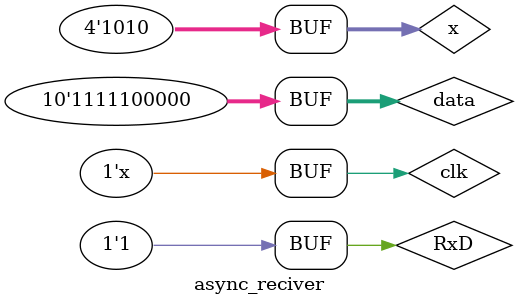
<source format=v>
`timescale 1ns / 1ps


module async_reciver;

	// Inputs
	reg clk;
	reg RxD;

	// Outputs
	wire RxD_data_ready;
	wire [7:0] RxD_data;
	wire RxD_idle;
	wire RxD_endofpacket;
	
	
		
	//local
	reg [9:0] data;
	reg [3:0] x;
	
	parameter buad_time =8680;

	// Instantiate the Unit Under Test (UUT)
	async_receiver uut (
		.clk(clk), 
		.RxD(RxD), 
		.RxD_data_ready(RxD_data_ready), 
		.RxD_data(RxD_data), 
		.RxD_idle(RxD_idle), 
		.RxD_endofpacket(RxD_endofpacket)
	);
	
	always begin
	#50 clk=~clk;
	end

	initial begin
		// Initialize Inputs
		clk = 0;
		RxD = 1;

		// Wait 100 ns for global reset to finish
		
		#104160
		data =10'b 1000011110;
		for(x = 0 ; x<10; x= x + 1) begin
			#buad_time RxD=data[x];
		end
		
		#104160
		data =10'b 1111100000;
		for(x = 0 ; x<10; x= x + 1) begin
			#buad_time RxD=data[x];
		end
		// Add stimulus here

	end
      
endmodule


</source>
